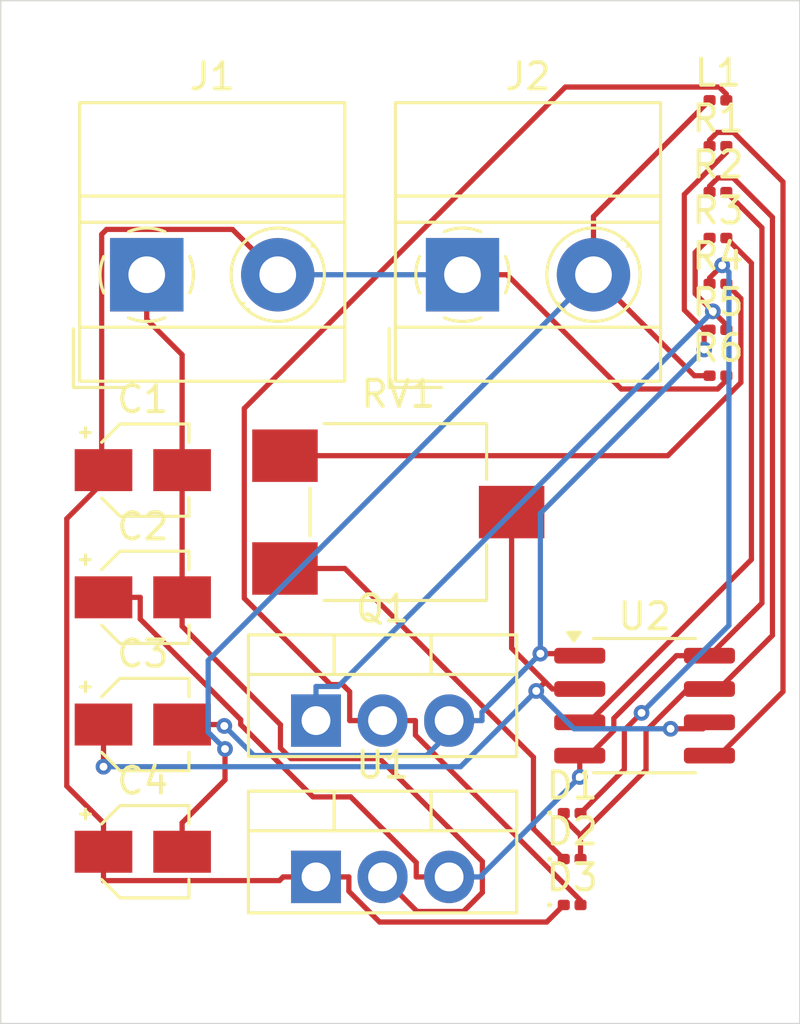
<source format=kicad_pcb>
(kicad_pcb (version 20240108) (generator "pcbnew") (generator_version "8.0")
  (layers (0 "F.Cu" signal) (31 "B.Cu" signal) (34 "B.Paste" user) (35 "F.Paste" user) (36 "B.SilkS" user "B.Silkscreen") (37 "F.SilkS" user "F.Silkscreen") (38 "B.Mask" user) (39 "F.Mask" user) (44 "Edge.Cuts" user))
  (net 0 "")
  (net 1 "GND")
  (net 2 "Net-(D3-A)")
  (net 3 "Net-(Q1-G)")
  (net 4 "Net-(J1-Pin_1)")
  (net 5 "Net-(U1-VO)")
  (net 6 "Net-(D3-K)")
  (net 7 "Net-(U2-CV)")
  (net 8 "Net-(U2-THR)")
  (net 9 "Net-(D1-K)")
  (net 10 "Net-(U2-Q)")
  (net 11 "Net-(J2-Pin_2)")
  (net 12 "Net-(D1-A)")
  (net 13 "Net-(D2-K)")
  (net 14 "Net-(R4-Pad2)")
  (footprint "Capacitor_SMD:CP_Elec_3x5.3" (layer "F.Cu") (at 161.925 109.25)
    (property "Reference" "C2" (at 0 -2.7 0) (layer "F.SilkS"))
    (property "Value" "10u")
    (fp_line (start -2.375 -1.435) (end -2 -1.435) (stroke (width 0.12)) (layer "F.SilkS"))
    (fp_line (start -2.1875 -1.6225) (end -2.1875 -1.2475) (stroke (width 0.12)) (layer "F.SilkS"))
    (fp_line (start -1.570563 -1.06) (end -0.870563 -1.76) (stroke (width 0.12)) (layer "F.SilkS"))
    (fp_line (start -1.570563 1.06) (end -0.870563 1.76) (stroke (width 0.12)) (layer "F.SilkS"))
    (fp_line (start -0.870563 -1.76) (end 1.76 -1.76) (stroke (width 0.12)) (layer "F.SilkS"))
    (fp_line (start -0.870563 1.76) (end 1.76 1.76) (stroke (width 0.12)) (layer "F.SilkS"))
    (fp_line (start 1.76 -1.76) (end 1.76 -1.06) (stroke (width 0.12)) (layer "F.SilkS"))
    (fp_line (start 1.76 1.76) (end 1.76 1.06) (stroke (width 0.12)) (layer "F.SilkS"))
    (pad "1" smd rect (at -1.5 0) (size 2.2 1.6) (layers "F.Cu" "F.Paste" "F.Mask") (net 5 "Net-(U1-VO)"))
    (pad "2" smd rect (at 1.5 0) (size 2.2 1.6) (layers "F.Cu" "F.Paste" "F.Mask") (net 4 "Net-(J1-Pin_1)"))
  )
  (footprint "Diode_SMD:D_0201_0603Metric" (layer "F.Cu") (at 178.31 120.98)
    (property "Reference" "D3" (at 0 -1.05 0) (layer "F.SilkS"))
    (property "Value" "15LJQ100")
    (fp_circle (center -0.86 0) (end -0.81 0) (stroke (width 0.1)) (fill none) (layer "F.SilkS"))
    (pad "1" smd roundrect (at -0.32 0) (size 0.46 0.4) (layers "F.Cu" "F.Mask") (net 6 "Net-(D3-K)"))
    (pad "2" smd roundrect (at 0.32 0) (size 0.46 0.4) (layers "F.Cu" "F.Mask") (net 2 "Net-(D3-A)"))
  )
  (footprint "Resistor_SMD:R_0201_0603Metric" (layer "F.Cu") (at 183.875 100.8)
    (property "Reference" "R6" (at 0 -1.05 0) (layer "F.SilkS"))
    (property "Value" "10k")
    (pad "1" smd roundrect (at -0.32 0) (size 0.46 0.4) (layers "F.Cu" "F.Mask") (net 11 "Net-(J2-Pin_2)"))
    (pad "2" smd roundrect (at 0.32 0) (size 0.46 0.4) (layers "F.Cu" "F.Mask") (net 6 "Net-(D3-K)"))
  )
  (footprint "Inductor_SMD:L_0201_0603Metric" (layer "F.Cu") (at 183.875 90.3)
    (property "Reference" "L1" (at 0 -1.05 0) (layer "F.SilkS"))
    (property "Value" "330uH")
    (pad "1" smd roundrect (at -0.32 0) (size 0.46 0.4) (layers "F.Cu" "F.Mask") (net 11 "Net-(J2-Pin_2)"))
    (pad "2" smd roundrect (at 0.32 0) (size 0.46 0.4) (layers "F.Cu" "F.Mask") (net 2 "Net-(D3-A)"))
  )
  (footprint "Capacitor_SMD:CP_Elec_3x5.3" (layer "F.Cu") (at 161.925 118.95)
    (property "Reference" "C4" (at 0 -2.7 0) (layer "F.SilkS"))
    (property "Value" "1000u")
    (fp_line (start -2.375 -1.435) (end -2 -1.435) (stroke (width 0.12)) (layer "F.SilkS"))
    (fp_line (start -2.1875 -1.6225) (end -2.1875 -1.2475) (stroke (width 0.12)) (layer "F.SilkS"))
    (fp_line (start -1.570563 -1.06) (end -0.870563 -1.76) (stroke (width 0.12)) (layer "F.SilkS"))
    (fp_line (start -1.570563 1.06) (end -0.870563 1.76) (stroke (width 0.12)) (layer "F.SilkS"))
    (fp_line (start -0.870563 -1.76) (end 1.76 -1.76) (stroke (width 0.12)) (layer "F.SilkS"))
    (fp_line (start -0.870563 1.76) (end 1.76 1.76) (stroke (width 0.12)) (layer "F.SilkS"))
    (fp_line (start 1.76 -1.76) (end 1.76 -1.06) (stroke (width 0.12)) (layer "F.SilkS"))
    (fp_line (start 1.76 1.76) (end 1.76 1.06) (stroke (width 0.12)) (layer "F.SilkS"))
    (pad "1" smd rect (at -1.5 0) (size 2.2 1.6) (layers "F.Cu" "F.Paste" "F.Mask") (net 6 "Net-(D3-K)"))
    (pad "2" smd rect (at 1.5 0) (size 2.2 1.6) (layers "F.Cu" "F.Paste" "F.Mask") (net 11 "Net-(J2-Pin_2)"))
  )
  (footprint "Resistor_SMD:R_0201_0603Metric" (layer "F.Cu") (at 183.875 93.8)
    (property "Reference" "R2" (at 0 -1.05 0) (layer "F.SilkS"))
    (property "Value" "2k2")
    (pad "1" smd roundrect (at -0.32 0) (size 0.46 0.4) (layers "F.Cu" "F.Mask") (net 9 "Net-(D1-K)"))
    (pad "2" smd roundrect (at 0.32 0) (size 0.46 0.4) (layers "F.Cu" "F.Mask") (net 5 "Net-(U1-VO)"))
  )
  (footprint "Diode_SMD:D_0201_0603Metric" (layer "F.Cu") (at 178.31 119.23)
    (property "Reference" "D2" (at 0 -1.05 0) (layer "F.SilkS"))
    (property "Value" "1N4148")
    (fp_circle (center -0.86 0) (end -0.81 0) (stroke (width 0.1)) (fill none) (layer "F.SilkS"))
    (pad "1" smd roundrect (at -0.32 0) (size 0.46 0.4) (layers "F.Cu" "F.Mask") (net 13 "Net-(D2-K)"))
    (pad "2" smd roundrect (at 0.32 0) (size 0.46 0.4) (layers "F.Cu" "F.Mask") (net 9 "Net-(D1-K)"))
  )
  (footprint "Resistor_SMD:R_0201_0603Metric" (layer "F.Cu") (at 183.875 99.05)
    (property "Reference" "R5" (at 0 -1.05 0) (layer "F.SilkS"))
    (property "Value" "47k")
    (pad "1" smd roundrect (at -0.32 0) (size 0.46 0.4) (layers "F.Cu" "F.Mask") (net 1 "GND"))
    (pad "2" smd roundrect (at 0.32 0) (size 0.46 0.4) (layers "F.Cu" "F.Mask") (net 3 "Net-(Q1-G)"))
  )
  (footprint "Capacitor_SMD:CP_Elec_3x5.3" (layer "F.Cu") (at 161.925 114.1)
    (property "Reference" "C3" (at 0 -2.7 0) (layer "F.SilkS"))
    (property "Value" "1n")
    (fp_line (start -2.375 -1.435) (end -2 -1.435) (stroke (width 0.12)) (layer "F.SilkS"))
    (fp_line (start -2.1875 -1.6225) (end -2.1875 -1.2475) (stroke (width 0.12)) (layer "F.SilkS"))
    (fp_line (start -1.570563 -1.06) (end -0.870563 -1.76) (stroke (width 0.12)) (layer "F.SilkS"))
    (fp_line (start -1.570563 1.06) (end -0.870563 1.76) (stroke (width 0.12)) (layer "F.SilkS"))
    (fp_line (start -0.870563 -1.76) (end 1.76 -1.76) (stroke (width 0.12)) (layer "F.SilkS"))
    (fp_line (start -0.870563 1.76) (end 1.76 1.76) (stroke (width 0.12)) (layer "F.SilkS"))
    (fp_line (start 1.76 -1.76) (end 1.76 -1.06) (stroke (width 0.12)) (layer "F.SilkS"))
    (fp_line (start 1.76 1.76) (end 1.76 1.06) (stroke (width 0.12)) (layer "F.SilkS"))
    (pad "1" smd rect (at -1.5 0) (size 2.2 1.6) (layers "F.Cu" "F.Paste" "F.Mask") (net 8 "Net-(U2-THR)"))
    (pad "2" smd rect (at 1.5 0) (size 2.2 1.6) (layers "F.Cu" "F.Paste" "F.Mask") (net 1 "GND"))
  )
  (footprint "TerminalBlock_MetzConnect:TerminalBlock_MetzConnect_Type011_RT05502HBWC_1x02_P5.00mm_Horizontal" (layer "F.Cu") (at 174.125 96.95)
    (property "Reference" "J2" (at 2.5 -7.56 0) (layer "F.SilkS"))
    (property "Value" "Output")
    (fp_line (start -2.8 2.06) (end -2.8 4.3) (stroke (width 0.12)) (layer "F.SilkS"))
    (fp_line (start -2.8 4.3) (end -0.8 4.3) (stroke (width 0.12)) (layer "F.SilkS"))
    (fp_line (start -2.56 -6.56) (end -2.56 4.06) (stroke (width 0.12)) (layer "F.SilkS"))
    (fp_line (start -2.56 -6.56) (end 7.56 -6.56) (stroke (width 0.12)) (layer "F.SilkS"))
    (fp_line (start -2.56 -3) (end 7.56 -3) (stroke (width 0.12)) (layer "F.SilkS"))
    (fp_line (start -2.56 -2) (end 7.56 -2) (stroke (width 0.12)) (layer "F.SilkS"))
    (fp_line (start -2.56 2) (end 7.56 2) (stroke (width 0.12)) (layer "F.SilkS"))
    (fp_line (start -2.56 4.06) (end 7.56 4.06) (stroke (width 0.12)) (layer "F.SilkS"))
    (fp_line (start 3.7 1.083) (end 3.65 1.133) (stroke (width 0.12)) (layer "F.SilkS"))
    (fp_line (start 3.892 1.325) (end 3.868 1.35) (stroke (width 0.12)) (layer "F.SilkS"))
    (fp_line (start 6.133 -1.35) (end 6.108 -1.326) (stroke (width 0.12)) (layer "F.SilkS"))
    (fp_line (start 6.35 -1.133) (end 6.301 -1.083) (stroke (width 0.12)) (layer "F.SilkS"))
    (fp_line (start 7.56 -6.56) (end 7.56 4.06) (stroke (width 0.12)) (layer "F.SilkS"))
    (fp_arc (start -1.639206 0.695516) (mid -1.780657 -0.000263) (end -1.639 -0.696) (stroke (width 0.12)) (layer "F.SilkS"))
    (fp_arc (start -0.695516 -1.639206) (mid 0.000263 -1.780657) (end 0.696 -1.639) (stroke (width 0.12)) (layer "F.SilkS"))
    (fp_arc (start 0.030814 1.78039) (mid -0.340023 1.747891) (end -0.696 1.639) (stroke (width 0.12)) (layer "F.SilkS"))
    (fp_arc (start 0.695501 1.638499) (mid 0.354875 1.744266) (end 0 1.78) (stroke (width 0.12)) (layer "F.SilkS"))
    (fp_arc (start 1.639206 -0.695516) (mid 1.780657 0.000263) (end 1.639 0.696) (stroke (width 0.12)) (layer "F.SilkS"))
    (fp_circle (center 5 0) (end 6.78 0) (stroke (width 0.12)) (fill none) (layer "F.SilkS"))
    (pad "1" thru_hole rect (at 0 0) (size 2.8 2.8) (drill 1.4) (layers "*.Cu" "*.Mask") (net 6 "Net-(D3-K)"))
    (pad "2" thru_hole circle (at 5 0) (size 2.8 2.8) (drill 1.4) (layers "*.Cu" "*.Mask") (net 11 "Net-(J2-Pin_2)"))
  )
  (footprint "Capacitor_SMD:CP_Elec_3x5.3" (layer "F.Cu") (at 161.925 104.4)
    (property "Reference" "C1" (at 0 -2.7 0) (layer "F.SilkS"))
    (property "Value" "10u")
    (fp_line (start -2.375 -1.435) (end -2 -1.435) (stroke (width 0.12)) (layer "F.SilkS"))
    (fp_line (start -2.1875 -1.6225) (end -2.1875 -1.2475) (stroke (width 0.12)) (layer "F.SilkS"))
    (fp_line (start -1.570563 -1.06) (end -0.870563 -1.76) (stroke (width 0.12)) (layer "F.SilkS"))
    (fp_line (start -1.570563 1.06) (end -0.870563 1.76) (stroke (width 0.12)) (layer "F.SilkS"))
    (fp_line (start -0.870563 -1.76) (end 1.76 -1.76) (stroke (width 0.12)) (layer "F.SilkS"))
    (fp_line (start -0.870563 1.76) (end 1.76 1.76) (stroke (width 0.12)) (layer "F.SilkS"))
    (fp_line (start 1.76 -1.76) (end 1.76 -1.06) (stroke (width 0.12)) (layer "F.SilkS"))
    (fp_line (start 1.76 1.76) (end 1.76 1.06) (stroke (width 0.12)) (layer "F.SilkS"))
    (pad "1" smd rect (at -1.5 0) (size 2.2 1.6) (layers "F.Cu" "F.Paste" "F.Mask") (net 6 "Net-(D3-K)"))
    (pad "2" smd rect (at 1.5 0) (size 2.2 1.6) (layers "F.Cu" "F.Paste" "F.Mask") (net 4 "Net-(J1-Pin_1)"))
  )
  (footprint "Resistor_SMD:R_0201_0603Metric" (layer "F.Cu") (at 183.875 95.55)
    (property "Reference" "R3" (at 0 -1.05 0) (layer "F.SilkS"))
    (property "Value" "1k")
    (pad "1" smd roundrect (at -0.32 0) (size 0.46 0.4) (layers "F.Cu" "F.Mask") (net 3 "Net-(Q1-G)"))
    (pad "2" smd roundrect (at 0.32 0) (size 0.46 0.4) (layers "F.Cu" "F.Mask") (net 10 "Net-(U2-Q)"))
  )
  (footprint "Diode_SMD:D_0201_0603Metric" (layer "F.Cu") (at 178.31 117.48)
    (property "Reference" "D1" (at 0 -1.05 0) (layer "F.SilkS"))
    (property "Value" "1N4148")
    (fp_circle (center -0.86 0) (end -0.81 0) (stroke (width 0.1)) (fill none) (layer "F.SilkS"))
    (pad "1" smd roundrect (at -0.32 0) (size 0.46 0.4) (layers "F.Cu" "F.Mask") (net 9 "Net-(D1-K)"))
    (pad "2" smd roundrect (at 0.32 0) (size 0.46 0.4) (layers "F.Cu" "F.Mask") (net 12 "Net-(D1-A)"))
  )
  (footprint "Package_SO:SOIC-8_3.9x4.9mm_P1.27mm" (layer "F.Cu") (at 181.075 113.38)
    (property "Reference" "U2" (at 0 -3.4 0) (layer "F.SilkS"))
    (property "Value" "LM555xM")
    (fp_line (start 0 -2.56) (end -1.95 -2.56) (stroke (width 0.12)) (layer "F.SilkS"))
    (fp_line (start 0 -2.56) (end 1.95 -2.56) (stroke (width 0.12)) (layer "F.SilkS"))
    (fp_line (start 0 2.56) (end -1.95 2.56) (stroke (width 0.12)) (layer "F.SilkS"))
    (fp_line (start 0 2.56) (end 1.95 2.56) (stroke (width 0.12)) (layer "F.SilkS"))
    (fp_poly (pts (xy -2.7 -2.465) (xy -2.94 -2.795) (xy -2.46 -2.795) (xy -2.7 -2.465)) (stroke (width 0.12)) (fill solid) (layer "F.SilkS"))
    (pad "1" smd roundrect (at -2.475 -1.905) (size 1.95 0.6) (layers "F.Cu" "F.Paste" "F.Mask") (net 1 "GND"))
    (pad "2" smd roundrect (at -2.475 -0.635) (size 1.95 0.6) (layers "F.Cu" "F.Paste" "F.Mask") (net 8 "Net-(U2-THR)"))
    (pad "3" smd roundrect (at -2.475 0.635) (size 1.95 0.6) (layers "F.Cu" "F.Paste" "F.Mask") (net 10 "Net-(U2-Q)"))
    (pad "4" smd roundrect (at -2.475 1.905) (size 1.95 0.6) (layers "F.Cu" "F.Paste" "F.Mask") (net 5 "Net-(U1-VO)"))
    (pad "5" smd roundrect (at 2.475 1.905) (size 1.95 0.6) (layers "F.Cu" "F.Paste" "F.Mask") (net 7 "Net-(U2-CV)"))
    (pad "6" smd roundrect (at 2.475 0.635) (size 1.95 0.6) (layers "F.Cu" "F.Paste" "F.Mask") (net 8 "Net-(U2-THR)"))
    (pad "7" smd roundrect (at 2.475 -0.635) (size 1.95 0.6) (layers "F.Cu" "F.Paste" "F.Mask") (net 9 "Net-(D1-K)"))
    (pad "8" smd roundrect (at 2.475 -1.905) (size 1.95 0.6) (layers "F.Cu" "F.Paste" "F.Mask") (net 5 "Net-(U1-VO)"))
  )
  (footprint "Package_TO_SOT_THT:TO-220-3_Vertical" (layer "F.Cu") (at 168.535 113.95)
    (property "Reference" "Q1" (at 2.54 -4.27 0) (layer "F.SilkS"))
    (property "Value" "IRLZ44N")
    (fp_line (start -2.58 -3.27) (end -2.58 1.371) (stroke (width 0.12)) (layer "F.SilkS"))
    (fp_line (start -2.58 -3.27) (end 7.66 -3.27) (stroke (width 0.12)) (layer "F.SilkS"))
    (fp_line (start -2.58 -1.76) (end 7.66 -1.76) (stroke (width 0.12)) (layer "F.SilkS"))
    (fp_line (start -2.58 1.371) (end 7.66 1.371) (stroke (width 0.12)) (layer "F.SilkS"))
    (fp_line (start 0.69 -3.27) (end 0.69 -1.76) (stroke (width 0.12)) (layer "F.SilkS"))
    (fp_line (start 4.391 -3.27) (end 4.391 -1.76) (stroke (width 0.12)) (layer "F.SilkS"))
    (fp_line (start 7.66 -3.27) (end 7.66 1.371) (stroke (width 0.12)) (layer "F.SilkS"))
    (pad "1" thru_hole rect (at 0 0) (size 1.905 2) (drill 1.1) (layers "*.Cu" "*.Mask") (net 3 "Net-(Q1-G)"))
    (pad "2" thru_hole oval (at 2.54 0) (size 1.905 2) (drill 1.1) (layers "*.Cu" "*.Mask") (net 2 "Net-(D3-A)"))
    (pad "3" thru_hole oval (at 5.08 0) (size 1.905 2) (drill 1.1) (layers "*.Cu" "*.Mask") (net 1 "GND"))
  )
  (footprint "Package_TO_SOT_THT:TO-220-3_Vertical" (layer "F.Cu") (at 168.535 119.91)
    (property "Reference" "U1" (at 2.54 -4.27 0) (layer "F.SilkS"))
    (property "Value" "LM7809_TO220")
    (fp_line (start -2.58 -3.27) (end -2.58 1.371) (stroke (width 0.12)) (layer "F.SilkS"))
    (fp_line (start -2.58 -3.27) (end 7.66 -3.27) (stroke (width 0.12)) (layer "F.SilkS"))
    (fp_line (start -2.58 -1.76) (end 7.66 -1.76) (stroke (width 0.12)) (layer "F.SilkS"))
    (fp_line (start -2.58 1.371) (end 7.66 1.371) (stroke (width 0.12)) (layer "F.SilkS"))
    (fp_line (start 0.69 -3.27) (end 0.69 -1.76) (stroke (width 0.12)) (layer "F.SilkS"))
    (fp_line (start 4.391 -3.27) (end 4.391 -1.76) (stroke (width 0.12)) (layer "F.SilkS"))
    (fp_line (start 7.66 -3.27) (end 7.66 1.371) (stroke (width 0.12)) (layer "F.SilkS"))
    (pad "1" thru_hole rect (at 0 0) (size 1.905 2) (drill 1.1) (layers "*.Cu" "*.Mask") (net 6 "Net-(D3-K)"))
    (pad "2" thru_hole oval (at 2.54 0) (size 1.905 2) (drill 1.1) (layers "*.Cu" "*.Mask") (net 4 "Net-(J1-Pin_1)"))
    (pad "3" thru_hole oval (at 5.08 0) (size 1.905 2) (drill 1.1) (layers "*.Cu" "*.Mask") (net 5 "Net-(U1-VO)"))
  )
  (footprint "TerminalBlock_MetzConnect:TerminalBlock_MetzConnect_Type011_RT05502HBWC_1x02_P5.00mm_Horizontal" (layer "F.Cu") (at 162.075 96.95)
    (property "Reference" "J1" (at 2.5 -7.56 0) (layer "F.SilkS"))
    (property "Value" "Input")
    (fp_line (start -2.8 2.06) (end -2.8 4.3) (stroke (width 0.12)) (layer "F.SilkS"))
    (fp_line (start -2.8 4.3) (end -0.8 4.3) (stroke (width 0.12)) (layer "F.SilkS"))
    (fp_line (start -2.56 -6.56) (end -2.56 4.06) (stroke (width 0.12)) (layer "F.SilkS"))
    (fp_line (start -2.56 -6.56) (end 7.56 -6.56) (stroke (width 0.12)) (layer "F.SilkS"))
    (fp_line (start -2.56 -3) (end 7.56 -3) (stroke (width 0.12)) (layer "F.SilkS"))
    (fp_line (start -2.56 -2) (end 7.56 -2) (stroke (width 0.12)) (layer "F.SilkS"))
    (fp_line (start -2.56 2) (end 7.56 2) (stroke (width 0.12)) (layer "F.SilkS"))
    (fp_line (start -2.56 4.06) (end 7.56 4.06) (stroke (width 0.12)) (layer "F.SilkS"))
    (fp_line (start 3.7 1.083) (end 3.65 1.133) (stroke (width 0.12)) (layer "F.SilkS"))
    (fp_line (start 3.892 1.325) (end 3.868 1.35) (stroke (width 0.12)) (layer "F.SilkS"))
    (fp_line (start 6.133 -1.35) (end 6.108 -1.326) (stroke (width 0.12)) (layer "F.SilkS"))
    (fp_line (start 6.35 -1.133) (end 6.301 -1.083) (stroke (width 0.12)) (layer "F.SilkS"))
    (fp_line (start 7.56 -6.56) (end 7.56 4.06) (stroke (width 0.12)) (layer "F.SilkS"))
    (fp_arc (start -1.639206 0.695516) (mid -1.780657 -0.000263) (end -1.639 -0.696) (stroke (width 0.12)) (layer "F.SilkS"))
    (fp_arc (start -0.695516 -1.639206) (mid 0.000263 -1.780657) (end 0.696 -1.639) (stroke (width 0.12)) (layer "F.SilkS"))
    (fp_arc (start 0.030814 1.78039) (mid -0.340023 1.747891) (end -0.696 1.639) (stroke (width 0.12)) (layer "F.SilkS"))
    (fp_arc (start 0.695501 1.638499) (mid 0.354875 1.744266) (end 0 1.78) (stroke (width 0.12)) (layer "F.SilkS"))
    (fp_arc (start 1.639206 -0.695516) (mid 1.780657 0.000263) (end 1.639 0.696) (stroke (width 0.12)) (layer "F.SilkS"))
    (fp_circle (center 5 0) (end 6.78 0) (stroke (width 0.12)) (fill none) (layer "F.SilkS"))
    (pad "1" thru_hole rect (at 0 0) (size 2.8 2.8) (drill 1.4) (layers "*.Cu" "*.Mask") (net 4 "Net-(J1-Pin_1)"))
    (pad "2" thru_hole circle (at 5 0) (size 2.8 2.8) (drill 1.4) (layers "*.Cu" "*.Mask") (net 6 "Net-(D3-K)"))
  )
  (footprint "Resistor_SMD:R_0201_0603Metric" (layer "F.Cu") (at 183.875 92.05)
    (property "Reference" "R1" (at 0 -1.05 0) (layer "F.SilkS"))
    (property "Value" "4k7")
    (pad "1" smd roundrect (at -0.32 0) (size 0.46 0.4) (layers "F.Cu" "F.Mask") (net 7 "Net-(U2-CV)"))
    (pad "2" smd roundrect (at 0.32 0) (size 0.46 0.4) (layers "F.Cu" "F.Mask") (net 1 "GND"))
  )
  (footprint "Resistor_SMD:R_0201_0603Metric" (layer "F.Cu") (at 183.875 97.3)
    (property "Reference" "R4" (at 0 -1.05 0) (layer "F.SilkS"))
    (property "Value" "100r")
    (pad "1" smd roundrect (at -0.32 0) (size 0.46 0.4) (layers "F.Cu" "F.Mask") (net 12 "Net-(D1-A)"))
    (pad "2" smd roundrect (at 0.32 0) (size 0.46 0.4) (layers "F.Cu" "F.Mask") (net 14 "Net-(R4-Pad2)"))
  )
  (footprint "Potentiometer_SMD:Potentiometer_ACP_CA6-VSMD_Vertical" (layer "F.Cu") (at 171.675 106)
    (property "Reference" "RV1" (at 0 -4.5 0) (layer "F.SilkS"))
    (property "Value" "50k")
    (fp_line (start -3.37 -0.909) (end -3.37 0.91) (stroke (width 0.12)) (layer "F.SilkS"))
    (fp_line (start -2.834 -3.371) (end 3.37 -3.371) (stroke (width 0.12)) (layer "F.SilkS"))
    (fp_line (start -2.834 3.37) (end 3.37 3.37) (stroke (width 0.12)) (layer "F.SilkS"))
    (fp_line (start 3.37 -3.371) (end 3.37 -1.24) (stroke (width 0.12)) (layer "F.SilkS"))
    (fp_line (start 3.37 1.24) (end 3.37 3.37) (stroke (width 0.12)) (layer "F.SilkS"))
    (pad "1" smd rect (at -4.325 2.15) (size 2.5 2) (layers "F.Cu" "F.Paste" "F.Mask") (net 13 "Net-(D2-K)"))
    (pad "2" smd rect (at 4.325 0) (size 2.5 2) (layers "F.Cu" "F.Paste" "F.Mask") (net 8 "Net-(U2-THR)"))
    (pad "3" smd rect (at -4.325 -2.15) (size 2.5 2) (layers "F.Cu" "F.Paste" "F.Mask") (net 14 "Net-(R4-Pad2)"))
  )
  (gr_rect (start 156.5 86.5) (end 187 125.5) (stroke (width 0.05)) (fill none) (layer "Edge.Cuts"))
  (segment (start 184.195 92.2851) (end 182.5914 93.8887) (width 0.2) (layer "F.Cu") (net 1))
  (segment (start 177.0977 111.397) (end 178.522 111.397) (width 0.2) (layer "F.Cu") (net 1))
  (segment (start 163.425 114.1) (end 164.8267 114.1) (width 0.2) (layer "F.Cu") (net 1))
  (segment (start 178.522 111.397) (end 178.6 111.475) (width 0.2) (layer "F.Cu") (net 1))
  (segment (start 164.8805 114.1538) (end 165.035 114.1538) (width 0.2) (layer "F.Cu") (net 1))
  (segment (start 182.5914 98.2947) (end 183.3467 99.05) (width 0.2) (layer "F.Cu") (net 1))
  (segment (start 183.3467 99.05) (end 183.3467 99.7991) (width 0.2) (layer "F.Cu") (net 1))
  (segment (start 182.5914 93.8887) (end 182.5914 98.2947) (width 0.2) (layer "F.Cu") (net 1))
  (segment (start 164.8267 114.1) (end 164.8805 114.1538) (width 0.2) (layer "F.Cu") (net 1))
  (segment (start 183.3467 99.05) (end 183.555 99.05) (width 0.2) (layer "F.Cu") (net 1))
  (segment (start 184.195 92.05) (end 184.195 92.2851) (width 0.2) (layer "F.Cu") (net 1))
  (via (at 165.035 114.1538) (size 0.6) (drill 0.3) (layers "F.Cu" "B.Cu") (net 1))
  (via (at 177.0977 111.397) (size 0.6) (drill 0.3) (layers "F.Cu" "B.Cu") (net 1))
  (via (at 183.3467 99.7991) (size 0.6) (drill 0.3) (layers "F.Cu" "B.Cu") (net 1))
  (segment (start 172.7544 115.2816) (end 166.1629 115.2816) (width 0.2) (layer "B.Cu") (net 1))
  (segment (start 166.1629 115.2816) (end 165.0351 114.1538) (width 0.2) (layer "B.Cu") (net 1))
  (segment (start 174.2421 113.95) (end 174.086 113.95) (width 0.2) (layer "B.Cu") (net 1))
  (segment (start 165.0351 114.1538) (end 165.035 114.1538) (width 0.2) (layer "B.Cu") (net 1))
  (segment (start 174.2421 113.95) (end 174.8692 113.95) (width 0.2) (layer "B.Cu") (net 1))
  (segment (start 174.086 113.95) (end 172.7544 115.2816) (width 0.2) (layer "B.Cu") (net 1))
  (segment (start 174.8692 113.95) (end 174.8692 113.6255) (width 0.2) (layer "B.Cu") (net 1))
  (segment (start 174.8692 113.6255) (end 177.0977 111.397) (width 0.2) (layer "B.Cu") (net 1))
  (segment (start 173.615 113.95) (end 174.086 113.95) (width 0.2) (layer "B.Cu") (net 1))
  (segment (start 177.0977 111.397) (end 177.0977 106.0481) (width 0.2) (layer "B.Cu") (net 1))
  (segment (start 177.0977 106.0481) (end 183.3467 99.7991) (width 0.2) (layer "B.Cu") (net 1))
  (segment (start 184.195 90.0629) (end 183.9256 89.7935) (width 0.2) (layer "F.Cu") (net 2))
  (segment (start 172.3292 113.95) (end 172.3292 114.5033) (width 0.2) (layer "F.Cu") (net 2))
  (segment (start 165.7983 102.046) (end 165.7983 109.2862) (width 0.2) (layer "F.Cu") (net 2))
  (segment (start 183.9256 89.7935) (end 178.0508 89.7935) (width 0.2) (layer "F.Cu") (net 2))
  (segment (start 178.63 120.8041) (end 178.63 120.98) (width 0.2) (layer "F.Cu") (net 2))
  (segment (start 172.3292 114.5033) (end 178.63 120.8041) (width 0.2) (layer "F.Cu") (net 2))
  (segment (start 184.195 90.3) (end 184.195 90.0629) (width 0.2) (layer "F.Cu") (net 2))
  (segment (start 169.8208 112.849) (end 169.8208 113.95) (width 0.2) (layer "F.Cu") (net 2))
  (segment (start 169.0887 112.5766) (end 169.5484 112.5766) (width 0.2) (layer "F.Cu") (net 2))
  (segment (start 169.5484 112.5766) (end 169.8208 112.849) (width 0.2) (layer "F.Cu") (net 2))
  (segment (start 165.7983 109.2862) (end 169.0887 112.5766) (width 0.2) (layer "F.Cu") (net 2))
  (segment (start 171.075 113.95) (end 172.3292 113.95) (width 0.2) (layer "F.Cu") (net 2))
  (segment (start 171.075 113.95) (end 169.8208 113.95) (width 0.2) (layer "F.Cu") (net 2))
  (segment (start 178.0508 89.7935) (end 165.7983 102.046) (width 0.2) (layer "F.Cu") (net 2))
  (segment (start 183.555 95.55) (end 183.0044 96.1006) (width 0.2) (layer "F.Cu") (net 3))
  (segment (start 183.0044 96.1006) (end 183.0044 97.6724) (width 0.2) (layer "F.Cu") (net 3))
  (segment (start 184.195 98.863) (end 184.195 99.05) (width 0.2) (layer "F.Cu") (net 3))
  (segment (start 183.0044 97.6724) (end 183.6788 98.3468) (width 0.2) (layer "F.Cu") (net 3))
  (segment (start 183.6788 98.3468) (end 184.195 98.863) (width 0.2) (layer "F.Cu") (net 3))
  (via (at 183.6788 98.3468) (size 0.6) (drill 0.3) (layers "F.Cu" "B.Cu") (net 3))
  (segment (start 168.535 112.6483) (end 169.3773 112.6483) (width 0.2) (layer "B.Cu") (net 3))
  (segment (start 169.3773 112.6483) (end 183.6788 98.3468) (width 0.2) (layer "B.Cu") (net 3))
  (segment (start 168.535 113.95) (end 168.535 112.6483) (width 0.2) (layer "B.Cu") (net 3))
  (segment (start 162.075 98.6517) (end 163.425 100.0017) (width 0.2) (layer "F.Cu") (net 4))
  (segment (start 174.884 120.5057) (end 174.884 119.3223) (width 0.2) (layer "F.Cu") (net 4))
  (segment (start 174.1618 121.2279) (end 174.884 120.5057) (width 0.2) (layer "F.Cu") (net 4))
  (segment (start 163.425 109.25) (end 163.425 110.3517) (width 0.2) (layer "F.Cu") (net 4))
  (segment (start 167.5818 115.401) (end 167.1777 114.9969) (width 0.2) (layer "F.Cu") (net 4))
  (segment (start 171.075 119.91) (end 172.3929 121.2279) (width 0.2) (layer "F.Cu") (net 4))
  (segment (start 174.884 119.3223) (end 170.9627 115.401) (width 0.2) (layer "F.Cu") (net 4))
  (segment (start 163.425 100.0017) (end 163.425 104.4) (width 0.2) (layer "F.Cu") (net 4))
  (segment (start 163.425 109.25) (end 163.425 108.1483) (width 0.2) (layer "F.Cu") (net 4))
  (segment (start 162.075 96.95) (end 162.075 98.6517) (width 0.2) (layer "F.Cu") (net 4))
  (segment (start 163.425 104.4) (end 163.425 108.1483) (width 0.2) (layer "F.Cu") (net 4))
  (segment (start 172.3929 121.2279) (end 174.1618 121.2279) (width 0.2) (layer "F.Cu") (net 4))
  (segment (start 167.1777 114.1044) (end 163.425 110.3517) (width 0.2) (layer "F.Cu") (net 4))
  (segment (start 170.9627 115.401) (end 167.5818 115.401) (width 0.2) (layer "F.Cu") (net 4))
  (segment (start 167.1777 114.9969) (end 167.1777 114.1044) (width 0.2) (layer "F.Cu") (net 4))
  (segment (start 185.5533 95.1583) (end 184.195 93.8) (width 0.2) (layer "F.Cu") (net 5))
  (segment (start 179.9011 113.8617) (end 179.9011 114.3326) (width 0.2) (layer "F.Cu") (net 5))
  (segment (start 178.9487 115.285) (end 178.6 115.285) (width 0.2) (layer "F.Cu") (net 5))
  (segment (start 172.3608 119.3613) (end 169.8589 116.8594) (width 0.2) (layer "F.Cu") (net 5))
  (segment (start 160.425 109.25) (end 161.8267 109.25) (width 0.2) (layer "F.Cu") (net 5))
  (segment (start 169.8589 116.8594) (end 168.4191 116.8594) (width 0.2) (layer "F.Cu") (net 5))
  (segment (start 172.3608 119.91) (end 172.3608 119.3613) (width 0.2) (layer "F.Cu") (net 5))
  (segment (start 168.4191 116.8594) (end 165.6614 114.1017) (width 0.2) (layer "F.Cu") (net 5))
  (segment (start 165.6614 114.1017) (end 165.6614 113.9146) (width 0.2) (layer "F.Cu") (net 5))
  (segment (start 178.6 116.0983) (end 178.6 115.285) (width 0.2) (layer "F.Cu") (net 5))
  (segment (start 182.2878 111.475) (end 179.9011 113.8617) (width 0.2) (layer "F.Cu") (net 5))
  (segment (start 185.5533 109.4717) (end 185.5533 95.1583) (width 0.2) (layer "F.Cu") (net 5))
  (segment (start 161.8267 110.0799) (end 161.8267 109.25) (width 0.2) (layer "F.Cu") (net 5))
  (segment (start 173.615 119.91) (end 172.3608 119.91) (width 0.2) (layer "F.Cu") (net 5))
  (segment (start 179.9011 114.3326) (end 178.9487 115.285) (width 0.2) (layer "F.Cu") (net 5))
  (segment (start 183.55 111.475) (end 185.5533 109.4717) (width 0.2) (layer "F.Cu") (net 5))
  (segment (start 165.6614 113.9146) (end 161.8267 110.0799) (width 0.2) (layer "F.Cu") (net 5))
  (segment (start 183.55 111.475) (end 182.2878 111.475) (width 0.2) (layer "F.Cu") (net 5))
  (via (at 178.6 116.0983) (size 0.6) (drill 0.3) (layers "F.Cu" "B.Cu") (net 5))
  (segment (start 174.8692 119.8291) (end 178.6 116.0983) (width 0.2) (layer "B.Cu") (net 5))
  (segment (start 173.615 119.91) (end 174.8692 119.91) (width 0.2) (layer "B.Cu") (net 5))
  (segment (start 174.8692 119.91) (end 174.8692 119.8291) (width 0.2) (layer "B.Cu") (net 5))
  (segment (start 184.195 100.9762) (end 184.195 100.8) (width 0.2) (layer "F.Cu") (net 6))
  (segment (start 159.0233 116.4466) (end 159.0233 106.2517) (width 0.2) (layer "F.Cu") (net 6))
  (segment (start 160.3558 104.7808) (end 160.3558 95.4098) (width 0.2) (layer "F.Cu") (net 6))
  (segment (start 167.1391 120.0517) (end 160.425 120.0517) (width 0.2) (layer "F.Cu") (net 6))
  (segment (start 174.125 96.95) (end 175.8267 96.95) (width 0.2) (layer "F.Cu") (net 6))
  (segment (start 167.2808 119.91) (end 167.1391 120.0517) (width 0.2) (layer "F.Cu") (net 6))
  (segment (start 160.425 104.85) (end 160.3558 104.7808) (width 0.2) (layer "F.Cu") (net 6))
  (segment (start 168.535 119.91) (end 167.2808 119.91) (width 0.2) (layer "F.Cu") (net 6))
  (segment (start 175.8267 96.95) (end 180.183 101.3063) (width 0.2) (layer "F.Cu") (net 6))
  (segment (start 160.5441 95.2215) (end 165.3465 95.2215) (width 0.2) (layer "F.Cu") (net 6))
  (segment (start 183.8649 101.3063) (end 184.195 100.9762) (width 0.2) (layer "F.Cu") (net 6))
  (segment (start 168.535 119.91) (end 169.7892 119.91) (width 0.2) (layer "F.Cu") (net 6))
  (segment (start 159.0233 106.2517) (end 160.425 104.85) (width 0.2) (layer "F.Cu") (net 6))
  (segment (start 160.425 118.95) (end 160.425 117.8483) (width 0.2) (layer "F.Cu") (net 6))
  (segment (start 177.3404 121.6296) (end 177.99 120.98) (width 0.2) (layer "F.Cu") (net 6))
  (segment (start 160.425 119.5008) (end 160.425 118.95) (width 0.2) (layer "F.Cu") (net 6))
  (segment (start 160.3558 95.4098) (end 160.5441 95.2215) (width 0.2) (layer "F.Cu") (net 6))
  (segment (start 180.183 101.3063) (end 183.8649 101.3063) (width 0.2) (layer "F.Cu") (net 6))
  (segment (start 165.3465 95.2215) (end 167.075 96.95) (width 0.2) (layer "F.Cu") (net 6))
  (segment (start 169.7892 120.4587) (end 170.9601 121.6296) (width 0.2) (layer "F.Cu") (net 6))
  (segment (start 160.425 104.4) (end 160.425 104.85) (width 0.2) (layer "F.Cu") (net 6))
  (segment (start 169.7892 119.91) (end 169.7892 120.4587) (width 0.2) (layer "F.Cu") (net 6))
  (segment (start 160.425 119.5008) (end 160.425 120.0517) (width 0.2) (layer "F.Cu") (net 6))
  (segment (start 170.9601 121.6296) (end 177.3404 121.6296) (width 0.2) (layer "F.Cu") (net 6))
  (segment (start 160.425 117.8483) (end 159.0233 116.4466) (width 0.2) (layer "F.Cu") (net 6))
  (segment (start 167.075 96.95) (end 174.125 96.95) (width 0.2) (layer "B.Cu") (net 6))
  (segment (start 186.3567 112.8446) (end 186.3567 93.411) (width 0.2) (layer "F.Cu") (net 7))
  (segment (start 183.55 115.285) (end 183.9163 115.285) (width 0.2) (layer "F.Cu") (net 7))
  (segment (start 184.4705 91.5248) (end 183.8451 91.5248) (width 0.2) (layer "F.Cu") (net 7))
  (segment (start 183.8451 91.5248) (end 183.555 91.8149) (width 0.2) (layer "F.Cu") (net 7))
  (segment (start 186.3567 93.411) (end 184.4705 91.5248) (width 0.2) (layer "F.Cu") (net 7))
  (segment (start 183.555 91.8149) (end 183.555 92.05) (width 0.2) (layer "F.Cu") (net 7))
  (segment (start 183.9163 115.285) (end 186.3567 112.8446) (width 0.2) (layer "F.Cu") (net 7))
  (segment (start 183.3032 114.2618) (end 182.0673 114.2618) (width 0.2) (layer "F.Cu") (net 8))
  (segment (start 176 111.1877) (end 177.286 112.4737) (width 0.2) (layer "F.Cu") (net 8))
  (segment (start 160.425 115.2017) (end 160.425 115.7081) (width 0.2) (layer "F.Cu") (net 8))
  (segment (start 183.55 114.015) (end 183.3032 114.2618) (width 0.2) (layer "F.Cu") (net 8))
  (segment (start 177.286 112.4737) (end 177.5573 112.745) (width 0.2) (layer "F.Cu") (net 8))
  (segment (start 177.5573 112.745) (end 178.6 112.745) (width 0.2) (layer "F.Cu") (net 8))
  (segment (start 160.425 114.1) (end 160.425 115.2017) (width 0.2) (layer "F.Cu") (net 8))
  (segment (start 176 106) (end 176 111.1877) (width 0.2) (layer "F.Cu") (net 8))
  (segment (start 176.9401 112.8196) (end 177.286 112.4737) (width 0.2) (layer "F.Cu") (net 8))
  (via (at 160.425 115.7081) (size 0.6) (drill 0.3) (layers "F.Cu" "B.Cu") (net 8))
  (via (at 176.9401 112.8196) (size 0.6) (drill 0.3) (layers "F.Cu" "B.Cu") (net 8))
  (via (at 182.0673 114.2618) (size 0.6) (drill 0.3) (layers "F.Cu" "B.Cu") (net 8))
  (segment (start 178.3823 114.2618) (end 176.9401 112.8196) (width 0.2) (layer "B.Cu") (net 8))
  (segment (start 176.9401 112.8196) (end 174.0516 115.7081) (width 0.2) (layer "B.Cu") (net 8))
  (segment (start 182.0673 114.2618) (end 178.3823 114.2618) (width 0.2) (layer "B.Cu") (net 8))
  (segment (start 174.0516 115.7081) (end 160.425 115.7081) (width 0.2) (layer "B.Cu") (net 8))
  (segment (start 183.55 112.745) (end 182.7252 112.745) (width 0.2) (layer "F.Cu") (net 9))
  (segment (start 183.9101 112.745) (end 183.55 112.745) (width 0.2) (layer "F.Cu") (net 9))
  (segment (start 178.63 118.3248) (end 178.63 119.23) (width 0.2) (layer "F.Cu") (net 9))
  (segment (start 177.99 117.6848) (end 178.63 118.3248) (width 0.2) (layer "F.Cu") (net 9))
  (segment (start 177.99 117.48) (end 177.99 117.6848) (width 0.2) (layer "F.Cu") (net 9))
  (segment (start 185.955 110.7001) (end 183.9101 112.745) (width 0.2) (layer "F.Cu") (net 9))
  (segment (start 181.1299 115.8249) (end 178.63 118.3248) (width 0.2) (layer "F.Cu") (net 9))
  (segment (start 185.955 94.758) (end 185.955 110.7001) (width 0.2) (layer "F.Cu") (net 9))
  (segment (start 183.8672 93.2608) (end 184.4578 93.2608) (width 0.2) (layer "F.Cu") (net 9))
  (segment (start 184.4578 93.2608) (end 185.955 94.758) (width 0.2) (layer "F.Cu") (net 9))
  (segment (start 183.555 93.573) (end 183.8672 93.2608) (width 0.2) (layer "F.Cu") (net 9))
  (segment (start 183.555 93.8) (end 183.555 93.573) (width 0.2) (layer "F.Cu") (net 9))
  (segment (start 182.7252 112.745) (end 181.1299 114.3403) (width 0.2) (layer "F.Cu") (net 9))
  (segment (start 181.1299 114.3403) (end 181.1299 115.8249) (width 0.2) (layer "F.Cu") (net 9))
  (segment (start 178.6 114.015) (end 178.9447 114.015) (width 0.2) (layer "F.Cu") (net 10))
  (segment (start 185.1516 107.8081) (end 185.1516 96.5066) (width 0.2) (layer "F.Cu") (net 10))
  (segment (start 185.1516 96.5066) (end 184.195 95.55) (width 0.2) (layer "F.Cu") (net 10))
  (segment (start 178.9447 114.015) (end 185.1516 107.8081) (width 0.2) (layer "F.Cu") (net 10))
  (segment (start 182.975 100.8) (end 183.555 100.8) (width 0.2) (layer "F.Cu") (net 11))
  (segment (start 179.125 96.95) (end 182.975 100.8) (width 0.2) (layer "F.Cu") (net 11))
  (segment (start 165.0623 116.211) (end 163.425 117.8483) (width 0.2) (layer "F.Cu") (net 11))
  (segment (start 163.425 118.95) (end 163.425 117.8483) (width 0.2) (layer "F.Cu") (net 11))
  (segment (start 165.0623 115.0319) (end 165.0623 116.211) (width 0.2) (layer "F.Cu") (net 11))
  (segment (start 179.125 94.73) (end 179.125 96.95) (width 0.2) (layer "F.Cu") (net 11))
  (segment (start 183.555 90.3) (end 179.125 94.73) (width 0.2) (layer "F.Cu") (net 11))
  (via (at 165.0623 115.0319) (size 0.6) (drill 0.3) (layers "F.Cu" "B.Cu") (net 11))
  (segment (start 179.125 96.95) (end 164.4196 111.6554) (width 0.2) (layer "B.Cu") (net 11))
  (segment (start 164.4196 114.3892) (end 165.0623 115.0319) (width 0.2) (layer "B.Cu") (net 11))
  (segment (start 164.4196 111.6554) (end 164.4196 114.3892) (width 0.2) (layer "B.Cu") (net 11))
  (segment (start 183.555 97.3) (end 183.555 97.0725) (width 0.2) (layer "F.Cu") (net 12))
  (segment (start 180.9586 113.655) (end 180.3028 114.3108) (width 0.2) (layer "F.Cu") (net 12))
  (segment (start 183.555 97.0725) (end 184.0354 96.5921) (width 0.2) (layer "F.Cu") (net 12))
  (segment (start 180.3028 115.8072) (end 178.63 117.48) (width 0.2) (layer "F.Cu") (net 12))
  (segment (start 180.3028 114.3108) (end 180.3028 115.8072) (width 0.2) (layer "F.Cu") (net 12))
  (via (at 180.9586 113.655) (size 0.6) (drill 0.3) (layers "F.Cu" "B.Cu") (net 12))
  (via (at 184.0354 96.5921) (size 0.6) (drill 0.3) (layers "F.Cu" "B.Cu") (net 12))
  (segment (start 184.2939 110.3197) (end 180.9586 113.655) (width 0.2) (layer "B.Cu") (net 12))
  (segment (start 184.0354 96.5921) (end 184.2939 96.8506) (width 0.2) (layer "B.Cu") (net 12))
  (segment (start 184.2939 96.8506) (end 184.2939 110.3197) (width 0.2) (layer "B.Cu") (net 12))
  (segment (start 169.6367 108.15) (end 176.8331 115.3464) (width 0.2) (layer "F.Cu") (net 13))
  (segment (start 176.8331 118.0731) (end 177.99 119.23) (width 0.2) (layer "F.Cu") (net 13))
  (segment (start 167.35 108.15) (end 169.6367 108.15) (width 0.2) (layer "F.Cu") (net 13))
  (segment (start 176.8331 115.3464) (end 176.8331 118.0731) (width 0.2) (layer "F.Cu") (net 13))
  (segment (start 184.7499 101.061) (end 184.7499 97.8549) (width 0.2) (layer "F.Cu") (net 14))
  (segment (start 184.7499 97.8549) (end 184.195 97.3) (width 0.2) (layer "F.Cu") (net 14))
  (segment (start 181.9609 103.85) (end 184.7499 101.061) (width 0.2) (layer "F.Cu") (net 14))
  (segment (start 167.35 103.85) (end 181.9609 103.85) (width 0.2) (layer "F.Cu") (net 14))
)
</source>
